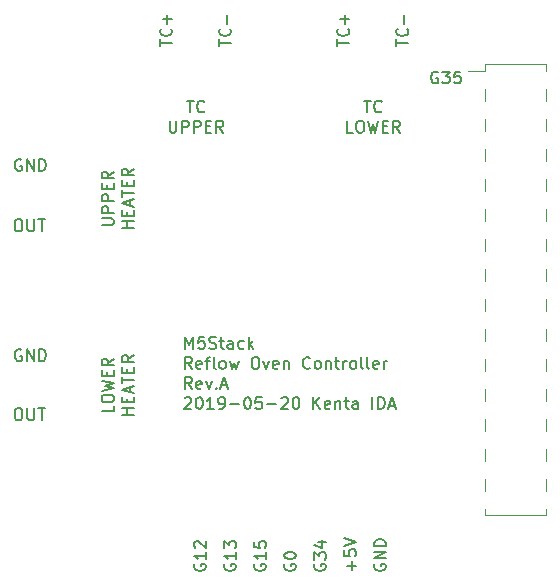
<source format=gto>
G04 #@! TF.GenerationSoftware,KiCad,Pcbnew,(5.0.0)*
G04 #@! TF.CreationDate,2019-05-20T02:18:12+09:00*
G04 #@! TF.ProjectId,HeaterController_Controller,486561746572436F6E74726F6C6C6572,rev?*
G04 #@! TF.SameCoordinates,PX7f50c60PY34edce0*
G04 #@! TF.FileFunction,Legend,Top*
G04 #@! TF.FilePolarity,Positive*
%FSLAX46Y46*%
G04 Gerber Fmt 4.6, Leading zero omitted, Abs format (unit mm)*
G04 Created by KiCad (PCBNEW (5.0.0)) date 05/20/19 02:18:12*
%MOMM*%
%LPD*%
G01*
G04 APERTURE LIST*
%ADD10C,0.200000*%
%ADD11C,0.120000*%
G04 APERTURE END LIST*
D10*
X12956904Y18915000D02*
X12861666Y18962620D01*
X12718809Y18962620D01*
X12575952Y18915000D01*
X12480714Y18819762D01*
X12433095Y18724524D01*
X12385476Y18534048D01*
X12385476Y18391191D01*
X12433095Y18200715D01*
X12480714Y18105477D01*
X12575952Y18010239D01*
X12718809Y17962620D01*
X12814047Y17962620D01*
X12956904Y18010239D01*
X13004523Y18057858D01*
X13004523Y18391191D01*
X12814047Y18391191D01*
X13337857Y18962620D02*
X13956904Y18962620D01*
X13623571Y18581667D01*
X13766428Y18581667D01*
X13861666Y18534048D01*
X13909285Y18486429D01*
X13956904Y18391191D01*
X13956904Y18153096D01*
X13909285Y18057858D01*
X13861666Y18010239D01*
X13766428Y17962620D01*
X13480714Y17962620D01*
X13385476Y18010239D01*
X13337857Y18057858D01*
X14861666Y18962620D02*
X14385476Y18962620D01*
X14337857Y18486429D01*
X14385476Y18534048D01*
X14480714Y18581667D01*
X14718809Y18581667D01*
X14814047Y18534048D01*
X14861666Y18486429D01*
X14909285Y18391191D01*
X14909285Y18153096D01*
X14861666Y18057858D01*
X14814047Y18010239D01*
X14718809Y17962620D01*
X14480714Y17962620D01*
X14385476Y18010239D01*
X14337857Y18057858D01*
X6714285Y16497620D02*
X7285714Y16497620D01*
X7000000Y15497620D02*
X7000000Y16497620D01*
X8190476Y15592858D02*
X8142857Y15545239D01*
X8000000Y15497620D01*
X7904761Y15497620D01*
X7761904Y15545239D01*
X7666666Y15640477D01*
X7619047Y15735715D01*
X7571428Y15926191D01*
X7571428Y16069048D01*
X7619047Y16259524D01*
X7666666Y16354762D01*
X7761904Y16450000D01*
X7904761Y16497620D01*
X8000000Y16497620D01*
X8142857Y16450000D01*
X8190476Y16402381D01*
X5761904Y13797620D02*
X5285714Y13797620D01*
X5285714Y14797620D01*
X6285714Y14797620D02*
X6476190Y14797620D01*
X6571428Y14750000D01*
X6666666Y14654762D01*
X6714285Y14464286D01*
X6714285Y14130953D01*
X6666666Y13940477D01*
X6571428Y13845239D01*
X6476190Y13797620D01*
X6285714Y13797620D01*
X6190476Y13845239D01*
X6095238Y13940477D01*
X6047619Y14130953D01*
X6047619Y14464286D01*
X6095238Y14654762D01*
X6190476Y14750000D01*
X6285714Y14797620D01*
X7047619Y14797620D02*
X7285714Y13797620D01*
X7476190Y14511905D01*
X7666666Y13797620D01*
X7904761Y14797620D01*
X8285714Y14321429D02*
X8619047Y14321429D01*
X8761904Y13797620D02*
X8285714Y13797620D01*
X8285714Y14797620D01*
X8761904Y14797620D01*
X9761904Y13797620D02*
X9428571Y14273810D01*
X9190476Y13797620D02*
X9190476Y14797620D01*
X9571428Y14797620D01*
X9666666Y14750000D01*
X9714285Y14702381D01*
X9761904Y14607143D01*
X9761904Y14464286D01*
X9714285Y14369048D01*
X9666666Y14321429D01*
X9571428Y14273810D01*
X9190476Y14273810D01*
X-8285715Y16497620D02*
X-7714286Y16497620D01*
X-8000000Y15497620D02*
X-8000000Y16497620D01*
X-6809524Y15592858D02*
X-6857143Y15545239D01*
X-7000000Y15497620D01*
X-7095239Y15497620D01*
X-7238096Y15545239D01*
X-7333334Y15640477D01*
X-7380953Y15735715D01*
X-7428572Y15926191D01*
X-7428572Y16069048D01*
X-7380953Y16259524D01*
X-7333334Y16354762D01*
X-7238096Y16450000D01*
X-7095239Y16497620D01*
X-7000000Y16497620D01*
X-6857143Y16450000D01*
X-6809524Y16402381D01*
X-9738096Y14797620D02*
X-9738096Y13988096D01*
X-9690477Y13892858D01*
X-9642858Y13845239D01*
X-9547620Y13797620D01*
X-9357143Y13797620D01*
X-9261905Y13845239D01*
X-9214286Y13892858D01*
X-9166667Y13988096D01*
X-9166667Y14797620D01*
X-8690477Y13797620D02*
X-8690477Y14797620D01*
X-8309524Y14797620D01*
X-8214286Y14750000D01*
X-8166667Y14702381D01*
X-8119048Y14607143D01*
X-8119048Y14464286D01*
X-8166667Y14369048D01*
X-8214286Y14321429D01*
X-8309524Y14273810D01*
X-8690477Y14273810D01*
X-7690477Y13797620D02*
X-7690477Y14797620D01*
X-7309524Y14797620D01*
X-7214286Y14750000D01*
X-7166667Y14702381D01*
X-7119048Y14607143D01*
X-7119048Y14464286D01*
X-7166667Y14369048D01*
X-7214286Y14321429D01*
X-7309524Y14273810D01*
X-7690477Y14273810D01*
X-6690477Y14321429D02*
X-6357143Y14321429D01*
X-6214286Y13797620D02*
X-6690477Y13797620D01*
X-6690477Y14797620D01*
X-6214286Y14797620D01*
X-5214286Y13797620D02*
X-5547620Y14273810D01*
X-5785715Y13797620D02*
X-5785715Y14797620D01*
X-5404762Y14797620D01*
X-5309524Y14750000D01*
X-5261905Y14702381D01*
X-5214286Y14607143D01*
X-5214286Y14464286D01*
X-5261905Y14369048D01*
X-5309524Y14321429D01*
X-5404762Y14273810D01*
X-5785715Y14273810D01*
X-14497620Y-9338095D02*
X-14497620Y-9814285D01*
X-15497620Y-9814285D01*
X-15497620Y-8814285D02*
X-15497620Y-8623809D01*
X-15450000Y-8528571D01*
X-15354762Y-8433333D01*
X-15164286Y-8385714D01*
X-14830953Y-8385714D01*
X-14640477Y-8433333D01*
X-14545239Y-8528571D01*
X-14497620Y-8623809D01*
X-14497620Y-8814285D01*
X-14545239Y-8909523D01*
X-14640477Y-9004761D01*
X-14830953Y-9052380D01*
X-15164286Y-9052380D01*
X-15354762Y-9004761D01*
X-15450000Y-8909523D01*
X-15497620Y-8814285D01*
X-15497620Y-8052380D02*
X-14497620Y-7814285D01*
X-15211905Y-7623809D01*
X-14497620Y-7433333D01*
X-15497620Y-7195238D01*
X-15021429Y-6814285D02*
X-15021429Y-6480952D01*
X-14497620Y-6338095D02*
X-14497620Y-6814285D01*
X-15497620Y-6814285D01*
X-15497620Y-6338095D01*
X-14497620Y-5338095D02*
X-14973810Y-5671428D01*
X-14497620Y-5909523D02*
X-15497620Y-5909523D01*
X-15497620Y-5528571D01*
X-15450000Y-5433333D01*
X-15402381Y-5385714D01*
X-15307143Y-5338095D01*
X-15164286Y-5338095D01*
X-15069048Y-5385714D01*
X-15021429Y-5433333D01*
X-14973810Y-5528571D01*
X-14973810Y-5909523D01*
X-12797620Y-10100000D02*
X-13797620Y-10100000D01*
X-13321429Y-10100000D02*
X-13321429Y-9528571D01*
X-12797620Y-9528571D02*
X-13797620Y-9528571D01*
X-13321429Y-9052380D02*
X-13321429Y-8719047D01*
X-12797620Y-8576190D02*
X-12797620Y-9052380D01*
X-13797620Y-9052380D01*
X-13797620Y-8576190D01*
X-13083334Y-8195238D02*
X-13083334Y-7719047D01*
X-12797620Y-8290476D02*
X-13797620Y-7957142D01*
X-12797620Y-7623809D01*
X-13797620Y-7433333D02*
X-13797620Y-6861904D01*
X-12797620Y-7147619D02*
X-13797620Y-7147619D01*
X-13321429Y-6528571D02*
X-13321429Y-6195238D01*
X-12797620Y-6052380D02*
X-12797620Y-6528571D01*
X-13797620Y-6528571D01*
X-13797620Y-6052380D01*
X-12797620Y-5052380D02*
X-13273810Y-5385714D01*
X-12797620Y-5623809D02*
X-13797620Y-5623809D01*
X-13797620Y-5242857D01*
X-13750000Y-5147619D01*
X-13702381Y-5100000D01*
X-13607143Y-5052380D01*
X-13464286Y-5052380D01*
X-13369048Y-5100000D01*
X-13321429Y-5147619D01*
X-13273810Y-5242857D01*
X-13273810Y-5623809D01*
X-15497620Y5961905D02*
X-14688096Y5961905D01*
X-14592858Y6009524D01*
X-14545239Y6057143D01*
X-14497620Y6152381D01*
X-14497620Y6342858D01*
X-14545239Y6438096D01*
X-14592858Y6485715D01*
X-14688096Y6533334D01*
X-15497620Y6533334D01*
X-14497620Y7009524D02*
X-15497620Y7009524D01*
X-15497620Y7390477D01*
X-15450000Y7485715D01*
X-15402381Y7533334D01*
X-15307143Y7580953D01*
X-15164286Y7580953D01*
X-15069048Y7533334D01*
X-15021429Y7485715D01*
X-14973810Y7390477D01*
X-14973810Y7009524D01*
X-14497620Y8009524D02*
X-15497620Y8009524D01*
X-15497620Y8390477D01*
X-15450000Y8485715D01*
X-15402381Y8533334D01*
X-15307143Y8580953D01*
X-15164286Y8580953D01*
X-15069048Y8533334D01*
X-15021429Y8485715D01*
X-14973810Y8390477D01*
X-14973810Y8009524D01*
X-15021429Y9009524D02*
X-15021429Y9342858D01*
X-14497620Y9485715D02*
X-14497620Y9009524D01*
X-15497620Y9009524D01*
X-15497620Y9485715D01*
X-14497620Y10485715D02*
X-14973810Y10152381D01*
X-14497620Y9914286D02*
X-15497620Y9914286D01*
X-15497620Y10295239D01*
X-15450000Y10390477D01*
X-15402381Y10438096D01*
X-15307143Y10485715D01*
X-15164286Y10485715D01*
X-15069048Y10438096D01*
X-15021429Y10390477D01*
X-14973810Y10295239D01*
X-14973810Y9914286D01*
X-12797620Y5700000D02*
X-13797620Y5700000D01*
X-13321429Y5700000D02*
X-13321429Y6271429D01*
X-12797620Y6271429D02*
X-13797620Y6271429D01*
X-13321429Y6747620D02*
X-13321429Y7080953D01*
X-12797620Y7223810D02*
X-12797620Y6747620D01*
X-13797620Y6747620D01*
X-13797620Y7223810D01*
X-13083334Y7604762D02*
X-13083334Y8080953D01*
X-12797620Y7509524D02*
X-13797620Y7842858D01*
X-12797620Y8176191D01*
X-13797620Y8366667D02*
X-13797620Y8938096D01*
X-12797620Y8652381D02*
X-13797620Y8652381D01*
X-13321429Y9271429D02*
X-13321429Y9604762D01*
X-12797620Y9747620D02*
X-12797620Y9271429D01*
X-13797620Y9271429D01*
X-13797620Y9747620D01*
X-12797620Y10747620D02*
X-13273810Y10414286D01*
X-12797620Y10176191D02*
X-13797620Y10176191D01*
X-13797620Y10557143D01*
X-13750000Y10652381D01*
X-13702381Y10700000D01*
X-13607143Y10747620D01*
X-13464286Y10747620D01*
X-13369048Y10700000D01*
X-13321429Y10652381D01*
X-13273810Y10557143D01*
X-13273810Y10176191D01*
X9452380Y21125239D02*
X9452380Y21696667D01*
X10452380Y21410953D02*
X9452380Y21410953D01*
X10357142Y22601429D02*
X10404761Y22553810D01*
X10452380Y22410953D01*
X10452380Y22315715D01*
X10404761Y22172858D01*
X10309523Y22077620D01*
X10214285Y22030000D01*
X10023809Y21982381D01*
X9880952Y21982381D01*
X9690476Y22030000D01*
X9595238Y22077620D01*
X9500000Y22172858D01*
X9452380Y22315715D01*
X9452380Y22410953D01*
X9500000Y22553810D01*
X9547619Y22601429D01*
X10071428Y23030000D02*
X10071428Y23791905D01*
X4452380Y21125239D02*
X4452380Y21696667D01*
X5452380Y21410953D02*
X4452380Y21410953D01*
X5357142Y22601429D02*
X5404761Y22553810D01*
X5452380Y22410953D01*
X5452380Y22315715D01*
X5404761Y22172858D01*
X5309523Y22077620D01*
X5214285Y22030000D01*
X5023809Y21982381D01*
X4880952Y21982381D01*
X4690476Y22030000D01*
X4595238Y22077620D01*
X4500000Y22172858D01*
X4452380Y22315715D01*
X4452380Y22410953D01*
X4500000Y22553810D01*
X4547619Y22601429D01*
X5071428Y23030000D02*
X5071428Y23791905D01*
X5452380Y23410953D02*
X4690476Y23410953D01*
X-5547620Y21125239D02*
X-5547620Y21696667D01*
X-4547620Y21410953D02*
X-5547620Y21410953D01*
X-4642858Y22601429D02*
X-4595239Y22553810D01*
X-4547620Y22410953D01*
X-4547620Y22315715D01*
X-4595239Y22172858D01*
X-4690477Y22077620D01*
X-4785715Y22030000D01*
X-4976191Y21982381D01*
X-5119048Y21982381D01*
X-5309524Y22030000D01*
X-5404762Y22077620D01*
X-5500000Y22172858D01*
X-5547620Y22315715D01*
X-5547620Y22410953D01*
X-5500000Y22553810D01*
X-5452381Y22601429D01*
X-4928572Y23030000D02*
X-4928572Y23791905D01*
X-10547620Y21125239D02*
X-10547620Y21696667D01*
X-9547620Y21410953D02*
X-10547620Y21410953D01*
X-9642858Y22601429D02*
X-9595239Y22553810D01*
X-9547620Y22410953D01*
X-9547620Y22315715D01*
X-9595239Y22172858D01*
X-9690477Y22077620D01*
X-9785715Y22030000D01*
X-9976191Y21982381D01*
X-10119048Y21982381D01*
X-10309524Y22030000D01*
X-10404762Y22077620D01*
X-10500000Y22172858D01*
X-10547620Y22315715D01*
X-10547620Y22410953D01*
X-10500000Y22553810D01*
X-10452381Y22601429D01*
X-9928572Y23030000D02*
X-9928572Y23791905D01*
X-9547620Y23410953D02*
X-10309524Y23410953D01*
X-22308096Y11500000D02*
X-22403334Y11547620D01*
X-22546191Y11547620D01*
X-22689048Y11500000D01*
X-22784286Y11404762D01*
X-22831905Y11309524D01*
X-22879524Y11119048D01*
X-22879524Y10976191D01*
X-22831905Y10785715D01*
X-22784286Y10690477D01*
X-22689048Y10595239D01*
X-22546191Y10547620D01*
X-22450953Y10547620D01*
X-22308096Y10595239D01*
X-22260477Y10642858D01*
X-22260477Y10976191D01*
X-22450953Y10976191D01*
X-21831905Y10547620D02*
X-21831905Y11547620D01*
X-21260477Y10547620D01*
X-21260477Y11547620D01*
X-20784286Y10547620D02*
X-20784286Y11547620D01*
X-20546191Y11547620D01*
X-20403334Y11500000D01*
X-20308096Y11404762D01*
X-20260477Y11309524D01*
X-20212858Y11119048D01*
X-20212858Y10976191D01*
X-20260477Y10785715D01*
X-20308096Y10690477D01*
X-20403334Y10595239D01*
X-20546191Y10547620D01*
X-20784286Y10547620D01*
X-22641429Y6447620D02*
X-22450953Y6447620D01*
X-22355715Y6400000D01*
X-22260477Y6304762D01*
X-22212858Y6114286D01*
X-22212858Y5780953D01*
X-22260477Y5590477D01*
X-22355715Y5495239D01*
X-22450953Y5447620D01*
X-22641429Y5447620D01*
X-22736667Y5495239D01*
X-22831905Y5590477D01*
X-22879524Y5780953D01*
X-22879524Y6114286D01*
X-22831905Y6304762D01*
X-22736667Y6400000D01*
X-22641429Y6447620D01*
X-21784286Y6447620D02*
X-21784286Y5638096D01*
X-21736667Y5542858D01*
X-21689048Y5495239D01*
X-21593810Y5447620D01*
X-21403334Y5447620D01*
X-21308096Y5495239D01*
X-21260477Y5542858D01*
X-21212858Y5638096D01*
X-21212858Y6447620D01*
X-20879524Y6447620D02*
X-20308096Y6447620D01*
X-20593810Y5447620D02*
X-20593810Y6447620D01*
X-22308096Y-4600000D02*
X-22403334Y-4552380D01*
X-22546191Y-4552380D01*
X-22689048Y-4600000D01*
X-22784286Y-4695238D01*
X-22831905Y-4790476D01*
X-22879524Y-4980952D01*
X-22879524Y-5123809D01*
X-22831905Y-5314285D01*
X-22784286Y-5409523D01*
X-22689048Y-5504761D01*
X-22546191Y-5552380D01*
X-22450953Y-5552380D01*
X-22308096Y-5504761D01*
X-22260477Y-5457142D01*
X-22260477Y-5123809D01*
X-22450953Y-5123809D01*
X-21831905Y-5552380D02*
X-21831905Y-4552380D01*
X-21260477Y-5552380D01*
X-21260477Y-4552380D01*
X-20784286Y-5552380D02*
X-20784286Y-4552380D01*
X-20546191Y-4552380D01*
X-20403334Y-4600000D01*
X-20308096Y-4695238D01*
X-20260477Y-4790476D01*
X-20212858Y-4980952D01*
X-20212858Y-5123809D01*
X-20260477Y-5314285D01*
X-20308096Y-5409523D01*
X-20403334Y-5504761D01*
X-20546191Y-5552380D01*
X-20784286Y-5552380D01*
X-22641429Y-9552380D02*
X-22450953Y-9552380D01*
X-22355715Y-9600000D01*
X-22260477Y-9695238D01*
X-22212858Y-9885714D01*
X-22212858Y-10219047D01*
X-22260477Y-10409523D01*
X-22355715Y-10504761D01*
X-22450953Y-10552380D01*
X-22641429Y-10552380D01*
X-22736667Y-10504761D01*
X-22831905Y-10409523D01*
X-22879524Y-10219047D01*
X-22879524Y-9885714D01*
X-22831905Y-9695238D01*
X-22736667Y-9600000D01*
X-22641429Y-9552380D01*
X-21784286Y-9552380D02*
X-21784286Y-10361904D01*
X-21736667Y-10457142D01*
X-21689048Y-10504761D01*
X-21593810Y-10552380D01*
X-21403334Y-10552380D01*
X-21308096Y-10504761D01*
X-21260477Y-10457142D01*
X-21212858Y-10361904D01*
X-21212858Y-9552380D01*
X-20879524Y-9552380D02*
X-20308096Y-9552380D01*
X-20593810Y-10552380D02*
X-20593810Y-9552380D01*
X7620000Y-22738095D02*
X7572380Y-22833333D01*
X7572380Y-22976190D01*
X7620000Y-23119047D01*
X7715238Y-23214285D01*
X7810476Y-23261904D01*
X8000952Y-23309523D01*
X8143809Y-23309523D01*
X8334285Y-23261904D01*
X8429523Y-23214285D01*
X8524761Y-23119047D01*
X8572380Y-22976190D01*
X8572380Y-22880952D01*
X8524761Y-22738095D01*
X8477142Y-22690476D01*
X8143809Y-22690476D01*
X8143809Y-22880952D01*
X8572380Y-22261904D02*
X7572380Y-22261904D01*
X8572380Y-21690476D01*
X7572380Y-21690476D01*
X8572380Y-21214285D02*
X7572380Y-21214285D01*
X7572380Y-20976190D01*
X7620000Y-20833333D01*
X7715238Y-20738095D01*
X7810476Y-20690476D01*
X8000952Y-20642857D01*
X8143809Y-20642857D01*
X8334285Y-20690476D01*
X8429523Y-20738095D01*
X8524761Y-20833333D01*
X8572380Y-20976190D01*
X8572380Y-21214285D01*
X5651428Y-23261904D02*
X5651428Y-22500000D01*
X6032380Y-22880952D02*
X5270476Y-22880952D01*
X5032380Y-21547619D02*
X5032380Y-22023809D01*
X5508571Y-22071428D01*
X5460952Y-22023809D01*
X5413333Y-21928571D01*
X5413333Y-21690476D01*
X5460952Y-21595238D01*
X5508571Y-21547619D01*
X5603809Y-21500000D01*
X5841904Y-21500000D01*
X5937142Y-21547619D01*
X5984761Y-21595238D01*
X6032380Y-21690476D01*
X6032380Y-21928571D01*
X5984761Y-22023809D01*
X5937142Y-22071428D01*
X5032380Y-21214285D02*
X6032380Y-20880952D01*
X5032380Y-20547619D01*
X2540000Y-22738095D02*
X2492380Y-22833333D01*
X2492380Y-22976190D01*
X2540000Y-23119047D01*
X2635238Y-23214285D01*
X2730476Y-23261904D01*
X2920952Y-23309523D01*
X3063809Y-23309523D01*
X3254285Y-23261904D01*
X3349523Y-23214285D01*
X3444761Y-23119047D01*
X3492380Y-22976190D01*
X3492380Y-22880952D01*
X3444761Y-22738095D01*
X3397142Y-22690476D01*
X3063809Y-22690476D01*
X3063809Y-22880952D01*
X2492380Y-22357142D02*
X2492380Y-21738095D01*
X2873333Y-22071428D01*
X2873333Y-21928571D01*
X2920952Y-21833333D01*
X2968571Y-21785714D01*
X3063809Y-21738095D01*
X3301904Y-21738095D01*
X3397142Y-21785714D01*
X3444761Y-21833333D01*
X3492380Y-21928571D01*
X3492380Y-22214285D01*
X3444761Y-22309523D01*
X3397142Y-22357142D01*
X2825714Y-20880952D02*
X3492380Y-20880952D01*
X2444761Y-21119047D02*
X3159047Y-21357142D01*
X3159047Y-20738095D01*
X0Y-22738095D02*
X-47620Y-22833333D01*
X-47620Y-22976190D01*
X0Y-23119047D01*
X95238Y-23214285D01*
X190476Y-23261904D01*
X380952Y-23309523D01*
X523809Y-23309523D01*
X714285Y-23261904D01*
X809523Y-23214285D01*
X904761Y-23119047D01*
X952380Y-22976190D01*
X952380Y-22880952D01*
X904761Y-22738095D01*
X857142Y-22690476D01*
X523809Y-22690476D01*
X523809Y-22880952D01*
X-47620Y-22071428D02*
X-47620Y-21976190D01*
X0Y-21880952D01*
X47619Y-21833333D01*
X142857Y-21785714D01*
X333333Y-21738095D01*
X571428Y-21738095D01*
X761904Y-21785714D01*
X857142Y-21833333D01*
X904761Y-21880952D01*
X952380Y-21976190D01*
X952380Y-22071428D01*
X904761Y-22166666D01*
X857142Y-22214285D01*
X761904Y-22261904D01*
X571428Y-22309523D01*
X333333Y-22309523D01*
X142857Y-22261904D01*
X47619Y-22214285D01*
X0Y-22166666D01*
X-47620Y-22071428D01*
X-2540000Y-22738095D02*
X-2587620Y-22833333D01*
X-2587620Y-22976190D01*
X-2540000Y-23119047D01*
X-2444762Y-23214285D01*
X-2349524Y-23261904D01*
X-2159048Y-23309523D01*
X-2016191Y-23309523D01*
X-1825715Y-23261904D01*
X-1730477Y-23214285D01*
X-1635239Y-23119047D01*
X-1587620Y-22976190D01*
X-1587620Y-22880952D01*
X-1635239Y-22738095D01*
X-1682858Y-22690476D01*
X-2016191Y-22690476D01*
X-2016191Y-22880952D01*
X-1587620Y-21738095D02*
X-1587620Y-22309523D01*
X-1587620Y-22023809D02*
X-2587620Y-22023809D01*
X-2444762Y-22119047D01*
X-2349524Y-22214285D01*
X-2301905Y-22309523D01*
X-2587620Y-20833333D02*
X-2587620Y-21309523D01*
X-2111429Y-21357142D01*
X-2159048Y-21309523D01*
X-2206667Y-21214285D01*
X-2206667Y-20976190D01*
X-2159048Y-20880952D01*
X-2111429Y-20833333D01*
X-2016191Y-20785714D01*
X-1778096Y-20785714D01*
X-1682858Y-20833333D01*
X-1635239Y-20880952D01*
X-1587620Y-20976190D01*
X-1587620Y-21214285D01*
X-1635239Y-21309523D01*
X-1682858Y-21357142D01*
X-5080000Y-22738095D02*
X-5127620Y-22833333D01*
X-5127620Y-22976190D01*
X-5080000Y-23119047D01*
X-4984762Y-23214285D01*
X-4889524Y-23261904D01*
X-4699048Y-23309523D01*
X-4556191Y-23309523D01*
X-4365715Y-23261904D01*
X-4270477Y-23214285D01*
X-4175239Y-23119047D01*
X-4127620Y-22976190D01*
X-4127620Y-22880952D01*
X-4175239Y-22738095D01*
X-4222858Y-22690476D01*
X-4556191Y-22690476D01*
X-4556191Y-22880952D01*
X-4127620Y-21738095D02*
X-4127620Y-22309523D01*
X-4127620Y-22023809D02*
X-5127620Y-22023809D01*
X-4984762Y-22119047D01*
X-4889524Y-22214285D01*
X-4841905Y-22309523D01*
X-5127620Y-21404761D02*
X-5127620Y-20785714D01*
X-4746667Y-21119047D01*
X-4746667Y-20976190D01*
X-4699048Y-20880952D01*
X-4651429Y-20833333D01*
X-4556191Y-20785714D01*
X-4318096Y-20785714D01*
X-4222858Y-20833333D01*
X-4175239Y-20880952D01*
X-4127620Y-20976190D01*
X-4127620Y-21261904D01*
X-4175239Y-21357142D01*
X-4222858Y-21404761D01*
X-7620000Y-22738095D02*
X-7667620Y-22833333D01*
X-7667620Y-22976190D01*
X-7620000Y-23119047D01*
X-7524762Y-23214285D01*
X-7429524Y-23261904D01*
X-7239048Y-23309523D01*
X-7096191Y-23309523D01*
X-6905715Y-23261904D01*
X-6810477Y-23214285D01*
X-6715239Y-23119047D01*
X-6667620Y-22976190D01*
X-6667620Y-22880952D01*
X-6715239Y-22738095D01*
X-6762858Y-22690476D01*
X-7096191Y-22690476D01*
X-7096191Y-22880952D01*
X-6667620Y-21738095D02*
X-6667620Y-22309523D01*
X-6667620Y-22023809D02*
X-7667620Y-22023809D01*
X-7524762Y-22119047D01*
X-7429524Y-22214285D01*
X-7381905Y-22309523D01*
X-7572381Y-21357142D02*
X-7620000Y-21309523D01*
X-7667620Y-21214285D01*
X-7667620Y-20976190D01*
X-7620000Y-20880952D01*
X-7572381Y-20833333D01*
X-7477143Y-20785714D01*
X-7381905Y-20785714D01*
X-7239048Y-20833333D01*
X-6667620Y-21404761D01*
X-6667620Y-20785714D01*
X-8431905Y-4502380D02*
X-8431905Y-3502380D01*
X-8098572Y-4216666D01*
X-7765239Y-3502380D01*
X-7765239Y-4502380D01*
X-6812858Y-3502380D02*
X-7289048Y-3502380D01*
X-7336667Y-3978571D01*
X-7289048Y-3930952D01*
X-7193810Y-3883333D01*
X-6955715Y-3883333D01*
X-6860477Y-3930952D01*
X-6812858Y-3978571D01*
X-6765239Y-4073809D01*
X-6765239Y-4311904D01*
X-6812858Y-4407142D01*
X-6860477Y-4454761D01*
X-6955715Y-4502380D01*
X-7193810Y-4502380D01*
X-7289048Y-4454761D01*
X-7336667Y-4407142D01*
X-6384286Y-4454761D02*
X-6241429Y-4502380D01*
X-6003334Y-4502380D01*
X-5908096Y-4454761D01*
X-5860477Y-4407142D01*
X-5812858Y-4311904D01*
X-5812858Y-4216666D01*
X-5860477Y-4121428D01*
X-5908096Y-4073809D01*
X-6003334Y-4026190D01*
X-6193810Y-3978571D01*
X-6289048Y-3930952D01*
X-6336667Y-3883333D01*
X-6384286Y-3788095D01*
X-6384286Y-3692857D01*
X-6336667Y-3597619D01*
X-6289048Y-3550000D01*
X-6193810Y-3502380D01*
X-5955715Y-3502380D01*
X-5812858Y-3550000D01*
X-5527143Y-3835714D02*
X-5146191Y-3835714D01*
X-5384286Y-3502380D02*
X-5384286Y-4359523D01*
X-5336667Y-4454761D01*
X-5241429Y-4502380D01*
X-5146191Y-4502380D01*
X-4384286Y-4502380D02*
X-4384286Y-3978571D01*
X-4431905Y-3883333D01*
X-4527143Y-3835714D01*
X-4717620Y-3835714D01*
X-4812858Y-3883333D01*
X-4384286Y-4454761D02*
X-4479524Y-4502380D01*
X-4717620Y-4502380D01*
X-4812858Y-4454761D01*
X-4860477Y-4359523D01*
X-4860477Y-4264285D01*
X-4812858Y-4169047D01*
X-4717620Y-4121428D01*
X-4479524Y-4121428D01*
X-4384286Y-4073809D01*
X-3479524Y-4454761D02*
X-3574762Y-4502380D01*
X-3765239Y-4502380D01*
X-3860477Y-4454761D01*
X-3908096Y-4407142D01*
X-3955715Y-4311904D01*
X-3955715Y-4026190D01*
X-3908096Y-3930952D01*
X-3860477Y-3883333D01*
X-3765239Y-3835714D01*
X-3574762Y-3835714D01*
X-3479524Y-3883333D01*
X-3050953Y-4502380D02*
X-3050953Y-3502380D01*
X-2955715Y-4121428D02*
X-2670000Y-4502380D01*
X-2670000Y-3835714D02*
X-3050953Y-4216666D01*
X-7860477Y-6202380D02*
X-8193810Y-5726190D01*
X-8431905Y-6202380D02*
X-8431905Y-5202380D01*
X-8050953Y-5202380D01*
X-7955715Y-5250000D01*
X-7908096Y-5297619D01*
X-7860477Y-5392857D01*
X-7860477Y-5535714D01*
X-7908096Y-5630952D01*
X-7955715Y-5678571D01*
X-8050953Y-5726190D01*
X-8431905Y-5726190D01*
X-7050953Y-6154761D02*
X-7146191Y-6202380D01*
X-7336667Y-6202380D01*
X-7431905Y-6154761D01*
X-7479524Y-6059523D01*
X-7479524Y-5678571D01*
X-7431905Y-5583333D01*
X-7336667Y-5535714D01*
X-7146191Y-5535714D01*
X-7050953Y-5583333D01*
X-7003334Y-5678571D01*
X-7003334Y-5773809D01*
X-7479524Y-5869047D01*
X-6717620Y-5535714D02*
X-6336667Y-5535714D01*
X-6574762Y-6202380D02*
X-6574762Y-5345238D01*
X-6527143Y-5250000D01*
X-6431905Y-5202380D01*
X-6336667Y-5202380D01*
X-5860477Y-6202380D02*
X-5955715Y-6154761D01*
X-6003334Y-6059523D01*
X-6003334Y-5202380D01*
X-5336667Y-6202380D02*
X-5431905Y-6154761D01*
X-5479524Y-6107142D01*
X-5527143Y-6011904D01*
X-5527143Y-5726190D01*
X-5479524Y-5630952D01*
X-5431905Y-5583333D01*
X-5336667Y-5535714D01*
X-5193810Y-5535714D01*
X-5098572Y-5583333D01*
X-5050953Y-5630952D01*
X-5003334Y-5726190D01*
X-5003334Y-6011904D01*
X-5050953Y-6107142D01*
X-5098572Y-6154761D01*
X-5193810Y-6202380D01*
X-5336667Y-6202380D01*
X-4670000Y-5535714D02*
X-4479524Y-6202380D01*
X-4289048Y-5726190D01*
X-4098572Y-6202380D01*
X-3908096Y-5535714D01*
X-2574762Y-5202380D02*
X-2384286Y-5202380D01*
X-2289048Y-5250000D01*
X-2193810Y-5345238D01*
X-2146191Y-5535714D01*
X-2146191Y-5869047D01*
X-2193810Y-6059523D01*
X-2289048Y-6154761D01*
X-2384286Y-6202380D01*
X-2574762Y-6202380D01*
X-2670000Y-6154761D01*
X-2765239Y-6059523D01*
X-2812858Y-5869047D01*
X-2812858Y-5535714D01*
X-2765239Y-5345238D01*
X-2670000Y-5250000D01*
X-2574762Y-5202380D01*
X-1812858Y-5535714D02*
X-1574762Y-6202380D01*
X-1336667Y-5535714D01*
X-574762Y-6154761D02*
X-670000Y-6202380D01*
X-860477Y-6202380D01*
X-955715Y-6154761D01*
X-1003334Y-6059523D01*
X-1003334Y-5678571D01*
X-955715Y-5583333D01*
X-860477Y-5535714D01*
X-670000Y-5535714D01*
X-574762Y-5583333D01*
X-527143Y-5678571D01*
X-527143Y-5773809D01*
X-1003334Y-5869047D01*
X-98572Y-5535714D02*
X-98572Y-6202380D01*
X-98572Y-5630952D02*
X-50953Y-5583333D01*
X44285Y-5535714D01*
X187142Y-5535714D01*
X282380Y-5583333D01*
X330000Y-5678571D01*
X330000Y-6202380D01*
X2139523Y-6107142D02*
X2091904Y-6154761D01*
X1949047Y-6202380D01*
X1853809Y-6202380D01*
X1710952Y-6154761D01*
X1615714Y-6059523D01*
X1568095Y-5964285D01*
X1520476Y-5773809D01*
X1520476Y-5630952D01*
X1568095Y-5440476D01*
X1615714Y-5345238D01*
X1710952Y-5250000D01*
X1853809Y-5202380D01*
X1949047Y-5202380D01*
X2091904Y-5250000D01*
X2139523Y-5297619D01*
X2710952Y-6202380D02*
X2615714Y-6154761D01*
X2568095Y-6107142D01*
X2520476Y-6011904D01*
X2520476Y-5726190D01*
X2568095Y-5630952D01*
X2615714Y-5583333D01*
X2710952Y-5535714D01*
X2853809Y-5535714D01*
X2949047Y-5583333D01*
X2996666Y-5630952D01*
X3044285Y-5726190D01*
X3044285Y-6011904D01*
X2996666Y-6107142D01*
X2949047Y-6154761D01*
X2853809Y-6202380D01*
X2710952Y-6202380D01*
X3472857Y-5535714D02*
X3472857Y-6202380D01*
X3472857Y-5630952D02*
X3520476Y-5583333D01*
X3615714Y-5535714D01*
X3758571Y-5535714D01*
X3853809Y-5583333D01*
X3901428Y-5678571D01*
X3901428Y-6202380D01*
X4234761Y-5535714D02*
X4615714Y-5535714D01*
X4377619Y-5202380D02*
X4377619Y-6059523D01*
X4425238Y-6154761D01*
X4520476Y-6202380D01*
X4615714Y-6202380D01*
X4949047Y-6202380D02*
X4949047Y-5535714D01*
X4949047Y-5726190D02*
X4996666Y-5630952D01*
X5044285Y-5583333D01*
X5139523Y-5535714D01*
X5234761Y-5535714D01*
X5710952Y-6202380D02*
X5615714Y-6154761D01*
X5568095Y-6107142D01*
X5520476Y-6011904D01*
X5520476Y-5726190D01*
X5568095Y-5630952D01*
X5615714Y-5583333D01*
X5710952Y-5535714D01*
X5853809Y-5535714D01*
X5949047Y-5583333D01*
X5996666Y-5630952D01*
X6044285Y-5726190D01*
X6044285Y-6011904D01*
X5996666Y-6107142D01*
X5949047Y-6154761D01*
X5853809Y-6202380D01*
X5710952Y-6202380D01*
X6615714Y-6202380D02*
X6520476Y-6154761D01*
X6472857Y-6059523D01*
X6472857Y-5202380D01*
X7139523Y-6202380D02*
X7044285Y-6154761D01*
X6996666Y-6059523D01*
X6996666Y-5202380D01*
X7901428Y-6154761D02*
X7806190Y-6202380D01*
X7615714Y-6202380D01*
X7520476Y-6154761D01*
X7472857Y-6059523D01*
X7472857Y-5678571D01*
X7520476Y-5583333D01*
X7615714Y-5535714D01*
X7806190Y-5535714D01*
X7901428Y-5583333D01*
X7949047Y-5678571D01*
X7949047Y-5773809D01*
X7472857Y-5869047D01*
X8377619Y-6202380D02*
X8377619Y-5535714D01*
X8377619Y-5726190D02*
X8425238Y-5630952D01*
X8472857Y-5583333D01*
X8568095Y-5535714D01*
X8663333Y-5535714D01*
X-7860477Y-7902380D02*
X-8193810Y-7426190D01*
X-8431905Y-7902380D02*
X-8431905Y-6902380D01*
X-8050953Y-6902380D01*
X-7955715Y-6950000D01*
X-7908096Y-6997619D01*
X-7860477Y-7092857D01*
X-7860477Y-7235714D01*
X-7908096Y-7330952D01*
X-7955715Y-7378571D01*
X-8050953Y-7426190D01*
X-8431905Y-7426190D01*
X-7050953Y-7854761D02*
X-7146191Y-7902380D01*
X-7336667Y-7902380D01*
X-7431905Y-7854761D01*
X-7479524Y-7759523D01*
X-7479524Y-7378571D01*
X-7431905Y-7283333D01*
X-7336667Y-7235714D01*
X-7146191Y-7235714D01*
X-7050953Y-7283333D01*
X-7003334Y-7378571D01*
X-7003334Y-7473809D01*
X-7479524Y-7569047D01*
X-6670000Y-7235714D02*
X-6431905Y-7902380D01*
X-6193810Y-7235714D01*
X-5812858Y-7807142D02*
X-5765239Y-7854761D01*
X-5812858Y-7902380D01*
X-5860477Y-7854761D01*
X-5812858Y-7807142D01*
X-5812858Y-7902380D01*
X-5384286Y-7616666D02*
X-4908096Y-7616666D01*
X-5479524Y-7902380D02*
X-5146191Y-6902380D01*
X-4812858Y-7902380D01*
X-8479524Y-8697619D02*
X-8431905Y-8650000D01*
X-8336667Y-8602380D01*
X-8098572Y-8602380D01*
X-8003334Y-8650000D01*
X-7955715Y-8697619D01*
X-7908096Y-8792857D01*
X-7908096Y-8888095D01*
X-7955715Y-9030952D01*
X-8527143Y-9602380D01*
X-7908096Y-9602380D01*
X-7289048Y-8602380D02*
X-7193810Y-8602380D01*
X-7098572Y-8650000D01*
X-7050953Y-8697619D01*
X-7003334Y-8792857D01*
X-6955715Y-8983333D01*
X-6955715Y-9221428D01*
X-7003334Y-9411904D01*
X-7050953Y-9507142D01*
X-7098572Y-9554761D01*
X-7193810Y-9602380D01*
X-7289048Y-9602380D01*
X-7384286Y-9554761D01*
X-7431905Y-9507142D01*
X-7479524Y-9411904D01*
X-7527143Y-9221428D01*
X-7527143Y-8983333D01*
X-7479524Y-8792857D01*
X-7431905Y-8697619D01*
X-7384286Y-8650000D01*
X-7289048Y-8602380D01*
X-6003334Y-9602380D02*
X-6574762Y-9602380D01*
X-6289048Y-9602380D02*
X-6289048Y-8602380D01*
X-6384286Y-8745238D01*
X-6479524Y-8840476D01*
X-6574762Y-8888095D01*
X-5527143Y-9602380D02*
X-5336667Y-9602380D01*
X-5241429Y-9554761D01*
X-5193810Y-9507142D01*
X-5098572Y-9364285D01*
X-5050953Y-9173809D01*
X-5050953Y-8792857D01*
X-5098572Y-8697619D01*
X-5146191Y-8650000D01*
X-5241429Y-8602380D01*
X-5431905Y-8602380D01*
X-5527143Y-8650000D01*
X-5574762Y-8697619D01*
X-5622381Y-8792857D01*
X-5622381Y-9030952D01*
X-5574762Y-9126190D01*
X-5527143Y-9173809D01*
X-5431905Y-9221428D01*
X-5241429Y-9221428D01*
X-5146191Y-9173809D01*
X-5098572Y-9126190D01*
X-5050953Y-9030952D01*
X-4622381Y-9221428D02*
X-3860477Y-9221428D01*
X-3193810Y-8602380D02*
X-3098572Y-8602380D01*
X-3003334Y-8650000D01*
X-2955715Y-8697619D01*
X-2908096Y-8792857D01*
X-2860477Y-8983333D01*
X-2860477Y-9221428D01*
X-2908096Y-9411904D01*
X-2955715Y-9507142D01*
X-3003334Y-9554761D01*
X-3098572Y-9602380D01*
X-3193810Y-9602380D01*
X-3289048Y-9554761D01*
X-3336667Y-9507142D01*
X-3384286Y-9411904D01*
X-3431905Y-9221428D01*
X-3431905Y-8983333D01*
X-3384286Y-8792857D01*
X-3336667Y-8697619D01*
X-3289048Y-8650000D01*
X-3193810Y-8602380D01*
X-1955715Y-8602380D02*
X-2431905Y-8602380D01*
X-2479524Y-9078571D01*
X-2431905Y-9030952D01*
X-2336667Y-8983333D01*
X-2098572Y-8983333D01*
X-2003334Y-9030952D01*
X-1955715Y-9078571D01*
X-1908096Y-9173809D01*
X-1908096Y-9411904D01*
X-1955715Y-9507142D01*
X-2003334Y-9554761D01*
X-2098572Y-9602380D01*
X-2336667Y-9602380D01*
X-2431905Y-9554761D01*
X-2479524Y-9507142D01*
X-1479524Y-9221428D02*
X-717620Y-9221428D01*
X-289048Y-8697619D02*
X-241429Y-8650000D01*
X-146191Y-8602380D01*
X91904Y-8602380D01*
X187142Y-8650000D01*
X234761Y-8697619D01*
X282380Y-8792857D01*
X282380Y-8888095D01*
X234761Y-9030952D01*
X-336667Y-9602380D01*
X282380Y-9602380D01*
X901428Y-8602380D02*
X996666Y-8602380D01*
X1091904Y-8650000D01*
X1139523Y-8697619D01*
X1187142Y-8792857D01*
X1234761Y-8983333D01*
X1234761Y-9221428D01*
X1187142Y-9411904D01*
X1139523Y-9507142D01*
X1091904Y-9554761D01*
X996666Y-9602380D01*
X901428Y-9602380D01*
X806190Y-9554761D01*
X758571Y-9507142D01*
X710952Y-9411904D01*
X663333Y-9221428D01*
X663333Y-8983333D01*
X710952Y-8792857D01*
X758571Y-8697619D01*
X806190Y-8650000D01*
X901428Y-8602380D01*
X2425238Y-9602380D02*
X2425238Y-8602380D01*
X2996666Y-9602380D02*
X2568095Y-9030952D01*
X2996666Y-8602380D02*
X2425238Y-9173809D01*
X3806190Y-9554761D02*
X3710952Y-9602380D01*
X3520476Y-9602380D01*
X3425238Y-9554761D01*
X3377619Y-9459523D01*
X3377619Y-9078571D01*
X3425238Y-8983333D01*
X3520476Y-8935714D01*
X3710952Y-8935714D01*
X3806190Y-8983333D01*
X3853809Y-9078571D01*
X3853809Y-9173809D01*
X3377619Y-9269047D01*
X4282380Y-8935714D02*
X4282380Y-9602380D01*
X4282380Y-9030952D02*
X4330000Y-8983333D01*
X4425238Y-8935714D01*
X4568095Y-8935714D01*
X4663333Y-8983333D01*
X4710952Y-9078571D01*
X4710952Y-9602380D01*
X5044285Y-8935714D02*
X5425238Y-8935714D01*
X5187142Y-8602380D02*
X5187142Y-9459523D01*
X5234761Y-9554761D01*
X5330000Y-9602380D01*
X5425238Y-9602380D01*
X6187142Y-9602380D02*
X6187142Y-9078571D01*
X6139523Y-8983333D01*
X6044285Y-8935714D01*
X5853809Y-8935714D01*
X5758571Y-8983333D01*
X6187142Y-9554761D02*
X6091904Y-9602380D01*
X5853809Y-9602380D01*
X5758571Y-9554761D01*
X5710952Y-9459523D01*
X5710952Y-9364285D01*
X5758571Y-9269047D01*
X5853809Y-9221428D01*
X6091904Y-9221428D01*
X6187142Y-9173809D01*
X7425238Y-9602380D02*
X7425238Y-8602380D01*
X7901428Y-9602380D02*
X7901428Y-8602380D01*
X8139523Y-8602380D01*
X8282380Y-8650000D01*
X8377619Y-8745238D01*
X8425238Y-8840476D01*
X8472857Y-9030952D01*
X8472857Y-9173809D01*
X8425238Y-9364285D01*
X8377619Y-9459523D01*
X8282380Y-9554761D01*
X8139523Y-9602380D01*
X7901428Y-9602380D01*
X8853809Y-9316666D02*
X9330000Y-9316666D01*
X8758571Y-9602380D02*
X9091904Y-8602380D01*
X9425238Y-9602380D01*
D11*
G04 #@! TO.C,J1*
X22150000Y-15500000D02*
X22150000Y-16520000D01*
X16950000Y-15500000D02*
X16950000Y-16520000D01*
X22150000Y-12960000D02*
X22150000Y-13980000D01*
X16950000Y-12960000D02*
X16950000Y-13980000D01*
X22150000Y-10420000D02*
X22150000Y-11440000D01*
X16950000Y-10420000D02*
X16950000Y-11440000D01*
X22150000Y-7880000D02*
X22150000Y-8900000D01*
X16950000Y-7880000D02*
X16950000Y-8900000D01*
X22150000Y-5340000D02*
X22150000Y-6360000D01*
X16950000Y-5340000D02*
X16950000Y-6360000D01*
X22150000Y-2800000D02*
X22150000Y-3820000D01*
X16950000Y-2800000D02*
X16950000Y-3820000D01*
X22150000Y-260000D02*
X22150000Y-1280000D01*
X16950000Y-260000D02*
X16950000Y-1280000D01*
X22150000Y2280000D02*
X22150000Y1260000D01*
X16950000Y2280000D02*
X16950000Y1260000D01*
X22150000Y4820000D02*
X22150000Y3800000D01*
X16950000Y4820000D02*
X16950000Y3800000D01*
X22150000Y7360000D02*
X22150000Y6340000D01*
X16950000Y7360000D02*
X16950000Y6340000D01*
X22150000Y9900000D02*
X22150000Y8880000D01*
X16950000Y9900000D02*
X16950000Y8880000D01*
X22150000Y12440000D02*
X22150000Y11420000D01*
X16950000Y12440000D02*
X16950000Y11420000D01*
X22150000Y14980000D02*
X22150000Y13960000D01*
X16950000Y14980000D02*
X16950000Y13960000D01*
X22150000Y17520000D02*
X22150000Y16500000D01*
X16950000Y17520000D02*
X16950000Y16500000D01*
X22150000Y-18040000D02*
X22150000Y-18610000D01*
X16950000Y-18040000D02*
X16950000Y-18610000D01*
X22150000Y19610000D02*
X22150000Y19040000D01*
X16950000Y19610000D02*
X16950000Y19040000D01*
X15510000Y19040000D02*
X16950000Y19040000D01*
X16950000Y-18610000D02*
X22150000Y-18610000D01*
X16950000Y19610000D02*
X22150000Y19610000D01*
G04 #@! TD*
M02*

</source>
